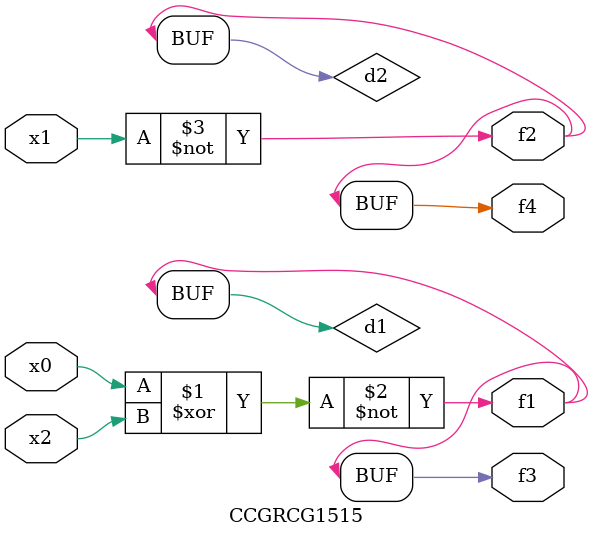
<source format=v>
module CCGRCG1515(
	input x0, x1, x2,
	output f1, f2, f3, f4
);

	wire d1, d2, d3;

	xnor (d1, x0, x2);
	nand (d2, x1);
	nor (d3, x1, x2);
	assign f1 = d1;
	assign f2 = d2;
	assign f3 = d1;
	assign f4 = d2;
endmodule

</source>
